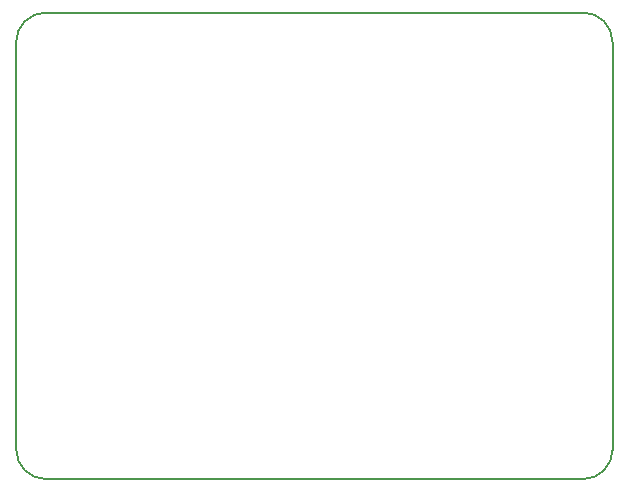
<source format=gbr>
%TF.GenerationSoftware,KiCad,Pcbnew,9.0.3*%
%TF.CreationDate,2025-07-21T16:47:40+08:00*%
%TF.ProjectId,pcb_all,7063625f-616c-46c2-9e6b-696361645f70,1*%
%TF.SameCoordinates,Original*%
%TF.FileFunction,Profile,NP*%
%FSLAX46Y46*%
G04 Gerber Fmt 4.6, Leading zero omitted, Abs format (unit mm)*
G04 Created by KiCad (PCBNEW 9.0.3) date 2025-07-21 16:47:40*
%MOMM*%
%LPD*%
G01*
G04 APERTURE LIST*
%TA.AperFunction,Profile*%
%ADD10C,0.200000*%
%TD*%
G04 APERTURE END LIST*
D10*
X192849999Y-118050000D02*
G75*
G02*
X190350000Y-120549999I-2499999J0D01*
G01*
X144849998Y-120550000D02*
X190350000Y-120550000D01*
X144849998Y-120550000D02*
G75*
G02*
X142350000Y-118049999I2J2500000D01*
G01*
X142349999Y-83550000D02*
X142349999Y-118049999D01*
X190350000Y-81050000D02*
X144849999Y-81050000D01*
X192849999Y-118050000D02*
X192849999Y-83550000D01*
X142349999Y-83550000D02*
G75*
G02*
X144849999Y-81049999I2500001J0D01*
G01*
X190350000Y-81050000D02*
G75*
G02*
X192850000Y-83550000I0J-2500000D01*
G01*
M02*

</source>
